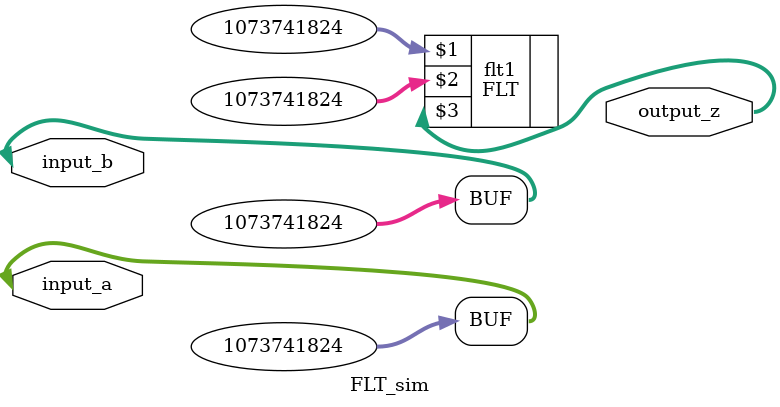
<source format=sv>
`timescale 1ns / 1ps


module FLT_sim(
        input reg [31:0] input_a,
		input reg [31:0] input_b,
        output logic [31:0] output_z
    );
        FLT flt1(input_a,input_b, output_z);

		
      initial begin
            
            input_b = 32'h40000000;
            input_a = 32'h40a9999a;
            
            #10;
            
            input_a = 32'h40000000;
            input_b = 32'h40a9999a;
            
            #10;
            
            input_a = 32'h40000000;
            input_b = 32'h40200000;
            #15;
                        
            input_a = 32'h40000000;
            input_b = 32'h40000000;
            #15;
      end;
endmodule

</source>
